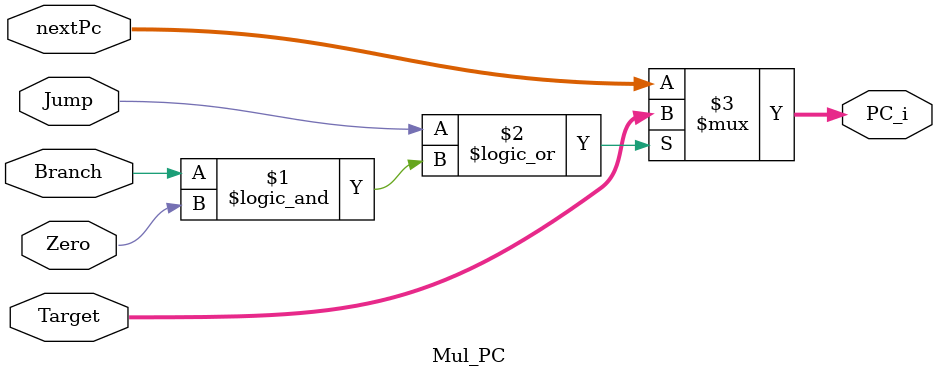
<source format=v>
module Mul_PC(
    input [31:0] Target,
    input [31:0] nextPc,
    input Zero,
    input Branch,
    input Jump,

    output wire [31:0] PC_i
);

assign PC_i = (Jump || (Branch && Zero)) ? Target : nextPc;

endmodule
</source>
